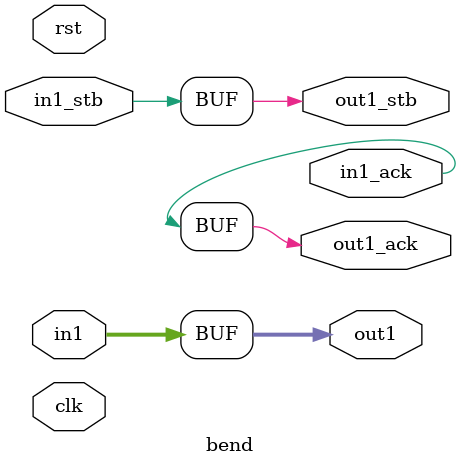
<source format=v>

module bend #(parameter bits=16)(
  input clk,
  input rst,
  input [bits-1:0] in1,
  input in1_stb,
  output in1_ack,
  output [bits-1:0] out1,
  output out1_stb,
  output out1_ack
);
  assign out1 = in1;
  assign out1_stb = in1_stb;
  assign in1_ack = out1_ack;
endmodule

</source>
